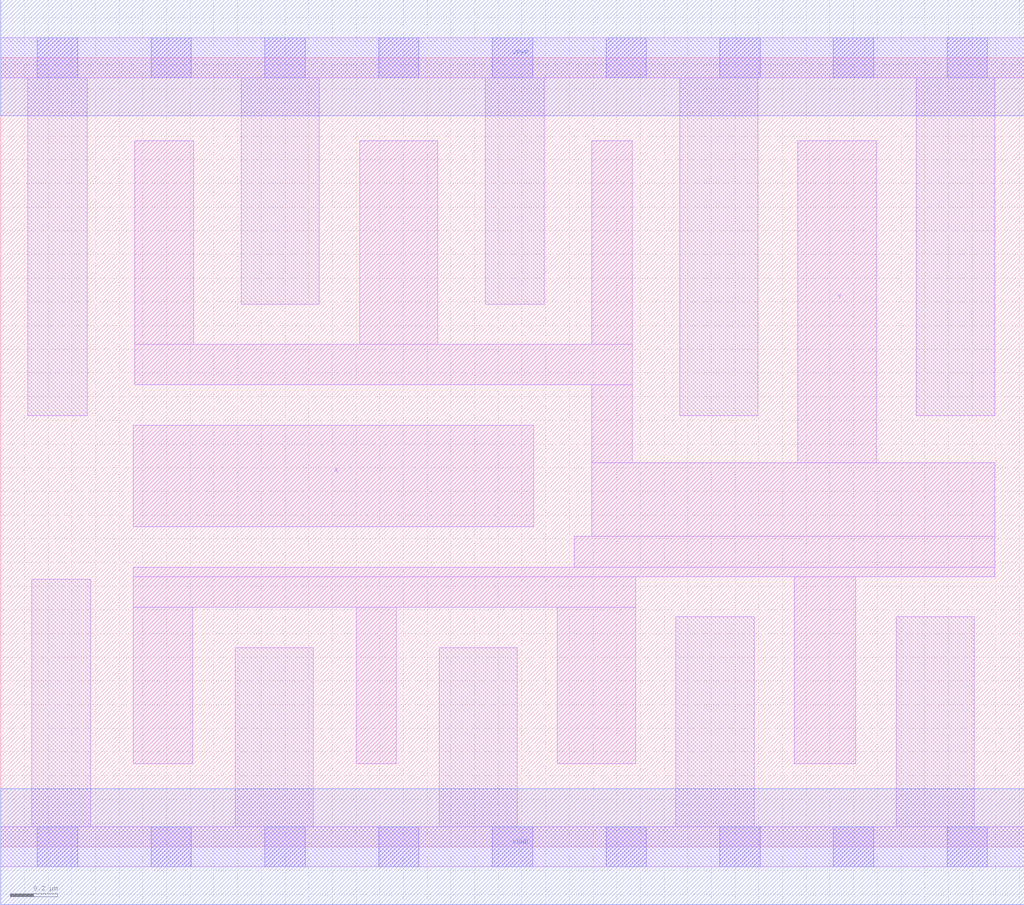
<source format=lef>
# Copyright 2020 The SkyWater PDK Authors
#
# Licensed under the Apache License, Version 2.0 (the "License");
# you may not use this file except in compliance with the License.
# You may obtain a copy of the License at
#
#     https://www.apache.org/licenses/LICENSE-2.0
#
# Unless required by applicable law or agreed to in writing, software
# distributed under the License is distributed on an "AS IS" BASIS,
# WITHOUT WARRANTIES OR CONDITIONS OF ANY KIND, either express or implied.
# See the License for the specific language governing permissions and
# limitations under the License.
#
# SPDX-License-Identifier: Apache-2.0

VERSION 5.7 ;
  NAMESCASESENSITIVE ON ;
  NOWIREEXTENSIONATPIN ON ;
  DIVIDERCHAR "/" ;
  BUSBITCHARS "[]" ;
UNITS
  DATABASE MICRONS 200 ;
END UNITS
MACRO sky130_fd_sc_ls__inv_8
  CLASS CORE ;
  FOREIGN sky130_fd_sc_ls__inv_8 ;
  ORIGIN  0.000000  0.000000 ;
  SIZE  4.320000 BY  3.330000 ;
  SYMMETRY X Y ;
  SITE unit ;
  PIN A
    ANTENNAGATEAREA  2.232000 ;
    DIRECTION INPUT ;
    USE SIGNAL ;
    PORT
      LAYER li1 ;
        RECT 0.560000 1.350000 2.250000 1.780000 ;
    END
  END A
  PIN Y
    ANTENNADIFFAREA  2.172800 ;
    DIRECTION OUTPUT ;
    USE SIGNAL ;
    PORT
      LAYER li1 ;
        RECT 0.560000 0.350000 0.810000 1.010000 ;
        RECT 0.560000 1.010000 2.680000 1.140000 ;
        RECT 0.560000 1.140000 4.195000 1.180000 ;
        RECT 0.565000 1.950000 2.665000 2.120000 ;
        RECT 0.565000 2.120000 0.815000 2.980000 ;
        RECT 1.500000 0.350000 1.670000 1.010000 ;
        RECT 1.515000 2.120000 1.845000 2.980000 ;
        RECT 2.350000 0.350000 2.680000 1.010000 ;
        RECT 2.420000 1.180000 4.195000 1.310000 ;
        RECT 2.495000 1.310000 4.195000 1.620000 ;
        RECT 2.495000 1.620000 2.665000 1.950000 ;
        RECT 2.495000 2.120000 2.665000 2.980000 ;
        RECT 3.350000 0.350000 3.610000 1.140000 ;
        RECT 3.365000 1.620000 3.695000 2.980000 ;
    END
  END Y
  PIN VGND
    DIRECTION INOUT ;
    SHAPE ABUTMENT ;
    USE GROUND ;
    PORT
      LAYER met1 ;
        RECT 0.000000 -0.245000 4.320000 0.245000 ;
    END
  END VGND
  PIN VPWR
    DIRECTION INOUT ;
    SHAPE ABUTMENT ;
    USE POWER ;
    PORT
      LAYER met1 ;
        RECT 0.000000 3.085000 4.320000 3.575000 ;
    END
  END VPWR
  OBS
    LAYER li1 ;
      RECT 0.000000 -0.085000 4.320000 0.085000 ;
      RECT 0.000000  3.245000 4.320000 3.415000 ;
      RECT 0.115000  1.820000 0.365000 3.245000 ;
      RECT 0.130000  0.085000 0.380000 1.130000 ;
      RECT 0.990000  0.085000 1.320000 0.840000 ;
      RECT 1.015000  2.290000 1.345000 3.245000 ;
      RECT 1.850000  0.085000 2.180000 0.840000 ;
      RECT 2.045000  2.290000 2.295000 3.245000 ;
      RECT 2.850000  0.085000 3.180000 0.970000 ;
      RECT 2.865000  1.820000 3.195000 3.245000 ;
      RECT 3.780000  0.085000 4.110000 0.970000 ;
      RECT 3.865000  1.820000 4.195000 3.245000 ;
    LAYER mcon ;
      RECT 0.155000 -0.085000 0.325000 0.085000 ;
      RECT 0.155000  3.245000 0.325000 3.415000 ;
      RECT 0.635000 -0.085000 0.805000 0.085000 ;
      RECT 0.635000  3.245000 0.805000 3.415000 ;
      RECT 1.115000 -0.085000 1.285000 0.085000 ;
      RECT 1.115000  3.245000 1.285000 3.415000 ;
      RECT 1.595000 -0.085000 1.765000 0.085000 ;
      RECT 1.595000  3.245000 1.765000 3.415000 ;
      RECT 2.075000 -0.085000 2.245000 0.085000 ;
      RECT 2.075000  3.245000 2.245000 3.415000 ;
      RECT 2.555000 -0.085000 2.725000 0.085000 ;
      RECT 2.555000  3.245000 2.725000 3.415000 ;
      RECT 3.035000 -0.085000 3.205000 0.085000 ;
      RECT 3.035000  3.245000 3.205000 3.415000 ;
      RECT 3.515000 -0.085000 3.685000 0.085000 ;
      RECT 3.515000  3.245000 3.685000 3.415000 ;
      RECT 3.995000 -0.085000 4.165000 0.085000 ;
      RECT 3.995000  3.245000 4.165000 3.415000 ;
  END
END sky130_fd_sc_ls__inv_8
END LIBRARY

</source>
